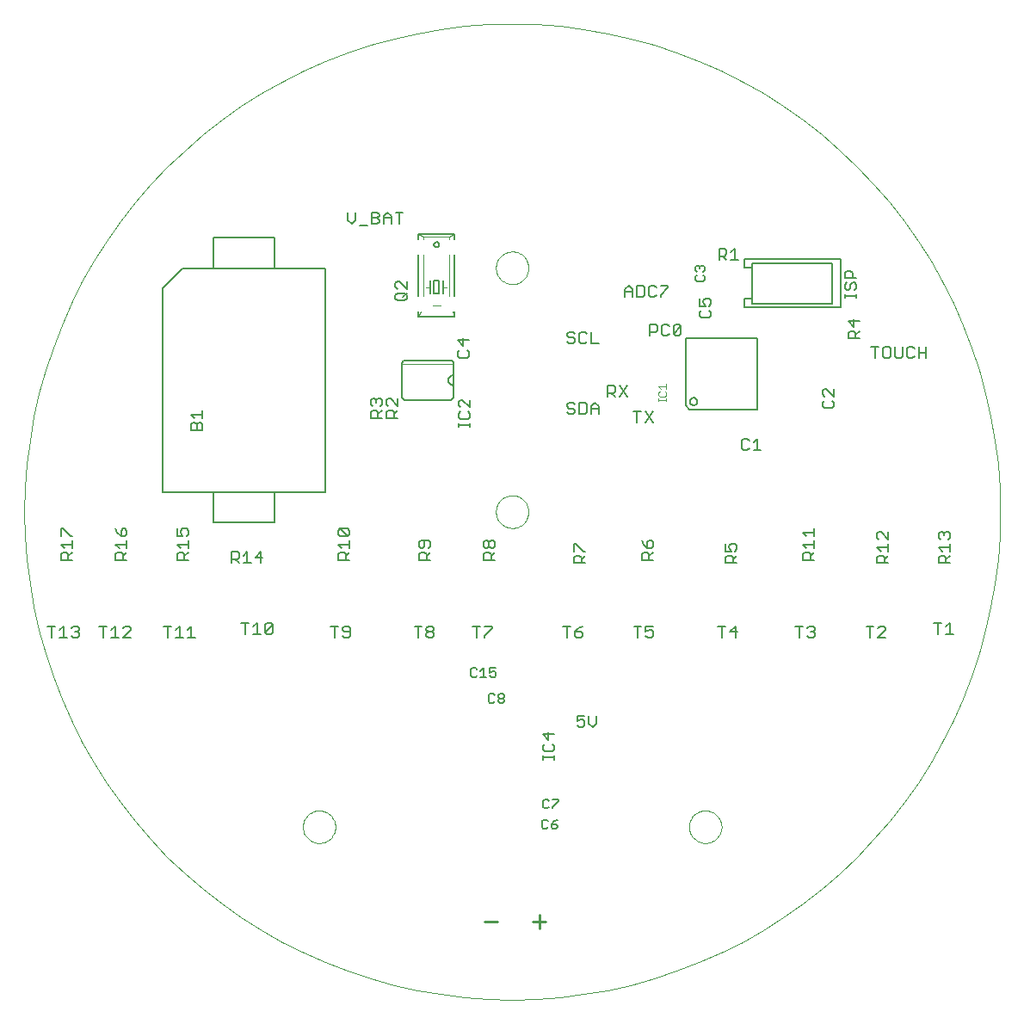
<source format=gto>
G75*
G70*
%OFA0B0*%
%FSLAX24Y24*%
%IPPOS*%
%LPD*%
%AMOC8*
5,1,8,0,0,1.08239X$1,22.5*
%
%ADD10C,0.0000*%
%ADD11C,0.0060*%
%ADD12C,0.0030*%
%ADD13C,0.0020*%
%ADD14C,0.0050*%
%ADD15C,0.0000*%
%ADD16C,0.0100*%
%ADD17C,0.0080*%
D10*
X013467Y008998D02*
X013469Y009048D01*
X013475Y009098D01*
X013485Y009147D01*
X013499Y009195D01*
X013516Y009242D01*
X013537Y009287D01*
X013562Y009331D01*
X013590Y009372D01*
X013622Y009411D01*
X013656Y009448D01*
X013693Y009482D01*
X013733Y009512D01*
X013775Y009539D01*
X013819Y009563D01*
X013865Y009584D01*
X013912Y009600D01*
X013960Y009613D01*
X014010Y009622D01*
X014059Y009627D01*
X014110Y009628D01*
X014160Y009625D01*
X014209Y009618D01*
X014258Y009607D01*
X014306Y009592D01*
X014352Y009574D01*
X014397Y009552D01*
X014440Y009526D01*
X014481Y009497D01*
X014520Y009465D01*
X014556Y009430D01*
X014588Y009392D01*
X014618Y009352D01*
X014645Y009309D01*
X014668Y009265D01*
X014687Y009219D01*
X014703Y009171D01*
X014715Y009122D01*
X014723Y009073D01*
X014727Y009023D01*
X014727Y008973D01*
X014723Y008923D01*
X014715Y008874D01*
X014703Y008825D01*
X014687Y008777D01*
X014668Y008731D01*
X014645Y008687D01*
X014618Y008644D01*
X014588Y008604D01*
X014556Y008566D01*
X014520Y008531D01*
X014481Y008499D01*
X014440Y008470D01*
X014397Y008444D01*
X014352Y008422D01*
X014306Y008404D01*
X014258Y008389D01*
X014209Y008378D01*
X014160Y008371D01*
X014110Y008368D01*
X014059Y008369D01*
X014010Y008374D01*
X013960Y008383D01*
X013912Y008396D01*
X013865Y008412D01*
X013819Y008433D01*
X013775Y008457D01*
X013733Y008484D01*
X013693Y008514D01*
X013656Y008548D01*
X013622Y008585D01*
X013590Y008624D01*
X013562Y008665D01*
X013537Y008709D01*
X013516Y008754D01*
X013499Y008801D01*
X013485Y008849D01*
X013475Y008898D01*
X013469Y008948D01*
X013467Y008998D01*
X020948Y021203D02*
X020950Y021253D01*
X020956Y021303D01*
X020966Y021352D01*
X020980Y021400D01*
X020997Y021447D01*
X021018Y021492D01*
X021043Y021536D01*
X021071Y021577D01*
X021103Y021616D01*
X021137Y021653D01*
X021174Y021687D01*
X021214Y021717D01*
X021256Y021744D01*
X021300Y021768D01*
X021346Y021789D01*
X021393Y021805D01*
X021441Y021818D01*
X021491Y021827D01*
X021540Y021832D01*
X021591Y021833D01*
X021641Y021830D01*
X021690Y021823D01*
X021739Y021812D01*
X021787Y021797D01*
X021833Y021779D01*
X021878Y021757D01*
X021921Y021731D01*
X021962Y021702D01*
X022001Y021670D01*
X022037Y021635D01*
X022069Y021597D01*
X022099Y021557D01*
X022126Y021514D01*
X022149Y021470D01*
X022168Y021424D01*
X022184Y021376D01*
X022196Y021327D01*
X022204Y021278D01*
X022208Y021228D01*
X022208Y021178D01*
X022204Y021128D01*
X022196Y021079D01*
X022184Y021030D01*
X022168Y020982D01*
X022149Y020936D01*
X022126Y020892D01*
X022099Y020849D01*
X022069Y020809D01*
X022037Y020771D01*
X022001Y020736D01*
X021962Y020704D01*
X021921Y020675D01*
X021878Y020649D01*
X021833Y020627D01*
X021787Y020609D01*
X021739Y020594D01*
X021690Y020583D01*
X021641Y020576D01*
X021591Y020573D01*
X021540Y020574D01*
X021491Y020579D01*
X021441Y020588D01*
X021393Y020601D01*
X021346Y020617D01*
X021300Y020638D01*
X021256Y020662D01*
X021214Y020689D01*
X021174Y020719D01*
X021137Y020753D01*
X021103Y020790D01*
X021071Y020829D01*
X021043Y020870D01*
X021018Y020914D01*
X020997Y020959D01*
X020980Y021006D01*
X020966Y021054D01*
X020956Y021103D01*
X020950Y021153D01*
X020948Y021203D01*
X020948Y030651D02*
X020950Y030701D01*
X020956Y030751D01*
X020966Y030800D01*
X020980Y030848D01*
X020997Y030895D01*
X021018Y030940D01*
X021043Y030984D01*
X021071Y031025D01*
X021103Y031064D01*
X021137Y031101D01*
X021174Y031135D01*
X021214Y031165D01*
X021256Y031192D01*
X021300Y031216D01*
X021346Y031237D01*
X021393Y031253D01*
X021441Y031266D01*
X021491Y031275D01*
X021540Y031280D01*
X021591Y031281D01*
X021641Y031278D01*
X021690Y031271D01*
X021739Y031260D01*
X021787Y031245D01*
X021833Y031227D01*
X021878Y031205D01*
X021921Y031179D01*
X021962Y031150D01*
X022001Y031118D01*
X022037Y031083D01*
X022069Y031045D01*
X022099Y031005D01*
X022126Y030962D01*
X022149Y030918D01*
X022168Y030872D01*
X022184Y030824D01*
X022196Y030775D01*
X022204Y030726D01*
X022208Y030676D01*
X022208Y030626D01*
X022204Y030576D01*
X022196Y030527D01*
X022184Y030478D01*
X022168Y030430D01*
X022149Y030384D01*
X022126Y030340D01*
X022099Y030297D01*
X022069Y030257D01*
X022037Y030219D01*
X022001Y030184D01*
X021962Y030152D01*
X021921Y030123D01*
X021878Y030097D01*
X021833Y030075D01*
X021787Y030057D01*
X021739Y030042D01*
X021690Y030031D01*
X021641Y030024D01*
X021591Y030021D01*
X021540Y030022D01*
X021491Y030027D01*
X021441Y030036D01*
X021393Y030049D01*
X021346Y030065D01*
X021300Y030086D01*
X021256Y030110D01*
X021214Y030137D01*
X021174Y030167D01*
X021137Y030201D01*
X021103Y030238D01*
X021071Y030277D01*
X021043Y030318D01*
X021018Y030362D01*
X020997Y030407D01*
X020980Y030454D01*
X020966Y030502D01*
X020956Y030551D01*
X020950Y030601D01*
X020948Y030651D01*
X028428Y008998D02*
X028430Y009048D01*
X028436Y009098D01*
X028446Y009147D01*
X028460Y009195D01*
X028477Y009242D01*
X028498Y009287D01*
X028523Y009331D01*
X028551Y009372D01*
X028583Y009411D01*
X028617Y009448D01*
X028654Y009482D01*
X028694Y009512D01*
X028736Y009539D01*
X028780Y009563D01*
X028826Y009584D01*
X028873Y009600D01*
X028921Y009613D01*
X028971Y009622D01*
X029020Y009627D01*
X029071Y009628D01*
X029121Y009625D01*
X029170Y009618D01*
X029219Y009607D01*
X029267Y009592D01*
X029313Y009574D01*
X029358Y009552D01*
X029401Y009526D01*
X029442Y009497D01*
X029481Y009465D01*
X029517Y009430D01*
X029549Y009392D01*
X029579Y009352D01*
X029606Y009309D01*
X029629Y009265D01*
X029648Y009219D01*
X029664Y009171D01*
X029676Y009122D01*
X029684Y009073D01*
X029688Y009023D01*
X029688Y008973D01*
X029684Y008923D01*
X029676Y008874D01*
X029664Y008825D01*
X029648Y008777D01*
X029629Y008731D01*
X029606Y008687D01*
X029579Y008644D01*
X029549Y008604D01*
X029517Y008566D01*
X029481Y008531D01*
X029442Y008499D01*
X029401Y008470D01*
X029358Y008444D01*
X029313Y008422D01*
X029267Y008404D01*
X029219Y008389D01*
X029170Y008378D01*
X029121Y008371D01*
X029071Y008368D01*
X029020Y008369D01*
X028971Y008374D01*
X028921Y008383D01*
X028873Y008396D01*
X028826Y008412D01*
X028780Y008433D01*
X028736Y008457D01*
X028694Y008484D01*
X028654Y008514D01*
X028617Y008548D01*
X028583Y008585D01*
X028551Y008624D01*
X028523Y008665D01*
X028498Y008709D01*
X028477Y008754D01*
X028460Y008801D01*
X028446Y008849D01*
X028436Y008898D01*
X028430Y008948D01*
X028428Y008998D01*
D11*
X024692Y012860D02*
X024839Y013007D01*
X024839Y013300D01*
X024545Y013300D02*
X024545Y013007D01*
X024692Y012860D01*
X024379Y012933D02*
X024305Y012860D01*
X024158Y012860D01*
X024085Y012933D01*
X024085Y013080D02*
X024232Y013154D01*
X024305Y013154D01*
X024379Y013080D01*
X024379Y012933D01*
X024085Y013080D02*
X024085Y013300D01*
X024379Y013300D01*
X023200Y012595D02*
X022760Y012595D01*
X022980Y012375D01*
X022980Y012668D01*
X023127Y012208D02*
X023200Y012134D01*
X023200Y011988D01*
X023127Y011914D01*
X022833Y011914D01*
X022760Y011988D01*
X022760Y012134D01*
X022833Y012208D01*
X022760Y011754D02*
X022760Y011607D01*
X022760Y011681D02*
X023200Y011681D01*
X023200Y011754D02*
X023200Y011607D01*
X023686Y016335D02*
X023686Y016775D01*
X023539Y016775D02*
X023833Y016775D01*
X024000Y016555D02*
X024220Y016555D01*
X024293Y016482D01*
X024293Y016408D01*
X024220Y016335D01*
X024073Y016335D01*
X024000Y016408D01*
X024000Y016555D01*
X024146Y016702D01*
X024293Y016775D01*
X026289Y016775D02*
X026583Y016775D01*
X026436Y016775D02*
X026436Y016335D01*
X026750Y016408D02*
X026823Y016335D01*
X026970Y016335D01*
X027043Y016408D01*
X027043Y016555D01*
X026970Y016629D01*
X026896Y016629D01*
X026750Y016555D01*
X026750Y016775D01*
X027043Y016775D01*
X027025Y019335D02*
X026585Y019335D01*
X026585Y019555D01*
X026658Y019629D01*
X026805Y019629D01*
X026878Y019555D01*
X026878Y019335D01*
X026878Y019482D02*
X027025Y019629D01*
X026952Y019795D02*
X026805Y019795D01*
X026805Y020016D01*
X026878Y020089D01*
X026952Y020089D01*
X027025Y020016D01*
X027025Y019869D01*
X026952Y019795D01*
X026805Y019795D02*
X026658Y019942D01*
X026585Y020089D01*
X024400Y019670D02*
X024327Y019670D01*
X024033Y019964D01*
X023960Y019964D01*
X023960Y019670D01*
X024033Y019504D02*
X024180Y019504D01*
X024253Y019430D01*
X024253Y019210D01*
X024253Y019357D02*
X024400Y019504D01*
X024400Y019210D02*
X023960Y019210D01*
X023960Y019430D01*
X024033Y019504D01*
X020900Y019629D02*
X020753Y019482D01*
X020753Y019555D02*
X020753Y019335D01*
X020900Y019335D02*
X020460Y019335D01*
X020460Y019555D01*
X020533Y019629D01*
X020680Y019629D01*
X020753Y019555D01*
X020753Y019795D02*
X020680Y019869D01*
X020680Y020016D01*
X020753Y020089D01*
X020827Y020089D01*
X020900Y020016D01*
X020900Y019869D01*
X020827Y019795D01*
X020753Y019795D01*
X020680Y019869D02*
X020606Y019795D01*
X020533Y019795D01*
X020460Y019869D01*
X020460Y020016D01*
X020533Y020089D01*
X020606Y020089D01*
X020680Y020016D01*
X018400Y020016D02*
X018327Y020089D01*
X018033Y020089D01*
X017960Y020016D01*
X017960Y019869D01*
X018033Y019795D01*
X018106Y019795D01*
X018180Y019869D01*
X018180Y020089D01*
X018400Y020016D02*
X018400Y019869D01*
X018327Y019795D01*
X018400Y019629D02*
X018253Y019482D01*
X018253Y019555D02*
X018253Y019335D01*
X018400Y019335D02*
X017960Y019335D01*
X017960Y019555D01*
X018033Y019629D01*
X018180Y019629D01*
X018253Y019555D01*
X018323Y016775D02*
X018470Y016775D01*
X018543Y016702D01*
X018543Y016629D01*
X018470Y016555D01*
X018323Y016555D01*
X018250Y016629D01*
X018250Y016702D01*
X018323Y016775D01*
X018323Y016555D02*
X018250Y016482D01*
X018250Y016408D01*
X018323Y016335D01*
X018470Y016335D01*
X018543Y016408D01*
X018543Y016482D01*
X018470Y016555D01*
X018083Y016775D02*
X017789Y016775D01*
X017936Y016775D02*
X017936Y016335D01*
X020039Y016775D02*
X020333Y016775D01*
X020186Y016775D02*
X020186Y016335D01*
X020500Y016335D02*
X020500Y016408D01*
X020793Y016702D01*
X020793Y016775D01*
X020500Y016775D01*
X015293Y016702D02*
X015220Y016775D01*
X015073Y016775D01*
X015000Y016702D01*
X015000Y016629D01*
X015073Y016555D01*
X015293Y016555D01*
X015293Y016408D02*
X015293Y016702D01*
X015293Y016408D02*
X015220Y016335D01*
X015073Y016335D01*
X015000Y016408D01*
X014686Y016335D02*
X014686Y016775D01*
X014539Y016775D02*
X014833Y016775D01*
X014835Y019335D02*
X014835Y019555D01*
X014908Y019629D01*
X015055Y019629D01*
X015128Y019555D01*
X015128Y019335D01*
X015128Y019482D02*
X015275Y019629D01*
X015275Y019795D02*
X015275Y020089D01*
X015275Y019942D02*
X014835Y019942D01*
X014981Y019795D01*
X014908Y020256D02*
X014835Y020329D01*
X014835Y020476D01*
X014908Y020549D01*
X015202Y020256D01*
X015275Y020329D01*
X015275Y020476D01*
X015202Y020549D01*
X014908Y020549D01*
X014908Y020256D02*
X015202Y020256D01*
X015275Y019335D02*
X014835Y019335D01*
X011918Y019430D02*
X011625Y019430D01*
X011845Y019650D01*
X011845Y019210D01*
X011458Y019210D02*
X011164Y019210D01*
X011311Y019210D02*
X011311Y019650D01*
X011164Y019504D01*
X010997Y019577D02*
X010997Y019430D01*
X010924Y019357D01*
X010704Y019357D01*
X010851Y019357D02*
X010997Y019210D01*
X010704Y019210D02*
X010704Y019650D01*
X010924Y019650D01*
X010997Y019577D01*
X009025Y019629D02*
X008878Y019482D01*
X008878Y019555D02*
X008878Y019335D01*
X009025Y019335D02*
X008585Y019335D01*
X008585Y019555D01*
X008658Y019629D01*
X008805Y019629D01*
X008878Y019555D01*
X008731Y019795D02*
X008585Y019942D01*
X009025Y019942D01*
X009025Y019795D02*
X009025Y020089D01*
X008952Y020256D02*
X009025Y020329D01*
X009025Y020476D01*
X008952Y020549D01*
X008805Y020549D01*
X008731Y020476D01*
X008731Y020403D01*
X008805Y020256D01*
X008585Y020256D01*
X008585Y020549D01*
X006650Y020476D02*
X006577Y020549D01*
X006503Y020549D01*
X006430Y020476D01*
X006430Y020256D01*
X006577Y020256D01*
X006650Y020329D01*
X006650Y020476D01*
X006430Y020256D02*
X006283Y020403D01*
X006210Y020549D01*
X006210Y019942D02*
X006650Y019942D01*
X006650Y019795D02*
X006650Y020089D01*
X006356Y019795D02*
X006210Y019942D01*
X006283Y019629D02*
X006430Y019629D01*
X006503Y019555D01*
X006503Y019335D01*
X006503Y019482D02*
X006650Y019629D01*
X006650Y019335D02*
X006210Y019335D01*
X006210Y019555D01*
X006283Y019629D01*
X004525Y019629D02*
X004378Y019482D01*
X004378Y019555D02*
X004378Y019335D01*
X004525Y019335D02*
X004085Y019335D01*
X004085Y019555D01*
X004158Y019629D01*
X004305Y019629D01*
X004378Y019555D01*
X004231Y019795D02*
X004085Y019942D01*
X004525Y019942D01*
X004525Y019795D02*
X004525Y020089D01*
X004525Y020256D02*
X004452Y020256D01*
X004158Y020549D01*
X004085Y020549D01*
X004085Y020256D01*
X004186Y016775D02*
X004186Y016335D01*
X004039Y016335D02*
X004333Y016335D01*
X004500Y016408D02*
X004573Y016335D01*
X004720Y016335D01*
X004793Y016408D01*
X004793Y016482D01*
X004720Y016555D01*
X004646Y016555D01*
X004720Y016555D02*
X004793Y016629D01*
X004793Y016702D01*
X004720Y016775D01*
X004573Y016775D01*
X004500Y016702D01*
X004186Y016775D02*
X004039Y016629D01*
X003872Y016775D02*
X003579Y016775D01*
X003726Y016775D02*
X003726Y016335D01*
X005579Y016775D02*
X005872Y016775D01*
X005726Y016775D02*
X005726Y016335D01*
X006039Y016335D02*
X006333Y016335D01*
X006186Y016335D02*
X006186Y016775D01*
X006039Y016629D01*
X006500Y016702D02*
X006573Y016775D01*
X006720Y016775D01*
X006793Y016702D01*
X006793Y016629D01*
X006500Y016335D01*
X006793Y016335D01*
X008079Y016775D02*
X008372Y016775D01*
X008226Y016775D02*
X008226Y016335D01*
X008539Y016335D02*
X008833Y016335D01*
X008686Y016335D02*
X008686Y016775D01*
X008539Y016629D01*
X009000Y016629D02*
X009146Y016775D01*
X009146Y016335D01*
X009000Y016335D02*
X009293Y016335D01*
X011079Y016900D02*
X011372Y016900D01*
X011226Y016900D02*
X011226Y016460D01*
X011539Y016460D02*
X011833Y016460D01*
X011686Y016460D02*
X011686Y016900D01*
X011539Y016754D01*
X012000Y016827D02*
X012073Y016900D01*
X012220Y016900D01*
X012293Y016827D01*
X012000Y016533D01*
X012073Y016460D01*
X012220Y016460D01*
X012293Y016533D01*
X012293Y016827D01*
X012000Y016827D02*
X012000Y016533D01*
X009575Y024366D02*
X009135Y024366D01*
X009135Y024587D01*
X009208Y024660D01*
X009282Y024660D01*
X009355Y024587D01*
X009355Y024366D01*
X009575Y024366D02*
X009575Y024587D01*
X009502Y024660D01*
X009428Y024660D01*
X009355Y024587D01*
X009282Y024827D02*
X009135Y024974D01*
X009575Y024974D01*
X009575Y025120D02*
X009575Y024827D01*
X016085Y024835D02*
X016085Y025055D01*
X016158Y025129D01*
X016305Y025129D01*
X016378Y025055D01*
X016378Y024835D01*
X016378Y024982D02*
X016525Y025129D01*
X016452Y025295D02*
X016525Y025369D01*
X016525Y025516D01*
X016452Y025589D01*
X016378Y025589D01*
X016305Y025516D01*
X016305Y025442D01*
X016305Y025516D02*
X016231Y025589D01*
X016158Y025589D01*
X016085Y025516D01*
X016085Y025369D01*
X016158Y025295D01*
X016085Y024835D02*
X016525Y024835D01*
X016710Y024835D02*
X016710Y025055D01*
X016783Y025129D01*
X016930Y025129D01*
X017003Y025055D01*
X017003Y024835D01*
X017003Y024982D02*
X017150Y025129D01*
X017150Y025295D02*
X016856Y025589D01*
X016783Y025589D01*
X016710Y025516D01*
X016710Y025369D01*
X016783Y025295D01*
X017150Y025295D02*
X017150Y025589D01*
X017305Y025685D02*
X017305Y026925D01*
X017307Y026948D01*
X017312Y026971D01*
X017321Y026993D01*
X017334Y027013D01*
X017349Y027031D01*
X017367Y027046D01*
X017387Y027059D01*
X017409Y027068D01*
X017432Y027073D01*
X017455Y027075D01*
X019155Y027075D01*
X019178Y027073D01*
X019201Y027068D01*
X019223Y027059D01*
X019243Y027046D01*
X019261Y027031D01*
X019276Y027013D01*
X019289Y026993D01*
X019298Y026971D01*
X019303Y026948D01*
X019305Y026925D01*
X019305Y025685D01*
X019303Y025662D01*
X019298Y025639D01*
X019289Y025617D01*
X019276Y025597D01*
X019261Y025579D01*
X019243Y025564D01*
X019223Y025551D01*
X019201Y025542D01*
X019178Y025537D01*
X019155Y025535D01*
X017455Y025535D01*
X017432Y025537D01*
X017409Y025542D01*
X017387Y025551D01*
X017367Y025564D01*
X017349Y025579D01*
X017334Y025597D01*
X017321Y025617D01*
X017312Y025639D01*
X017307Y025662D01*
X017305Y025685D01*
X017150Y024835D02*
X016710Y024835D01*
X019305Y026105D02*
X019278Y026107D01*
X019251Y026112D01*
X019225Y026122D01*
X019201Y026134D01*
X019179Y026150D01*
X019159Y026168D01*
X019142Y026190D01*
X019127Y026213D01*
X019117Y026238D01*
X019109Y026264D01*
X019105Y026291D01*
X019105Y026319D01*
X019109Y026346D01*
X019117Y026372D01*
X019127Y026397D01*
X019142Y026420D01*
X019159Y026442D01*
X019179Y026460D01*
X019201Y026476D01*
X019225Y026488D01*
X019251Y026498D01*
X019278Y026503D01*
X019305Y026505D01*
X019533Y027164D02*
X019827Y027164D01*
X019900Y027238D01*
X019900Y027384D01*
X019827Y027458D01*
X019680Y027625D02*
X019680Y027918D01*
X019900Y027845D02*
X019460Y027845D01*
X019680Y027625D01*
X019533Y027458D02*
X019460Y027384D01*
X019460Y027238D01*
X019533Y027164D01*
X019347Y028748D02*
X019347Y028948D01*
X019347Y028748D02*
X017947Y028748D01*
X017947Y028948D01*
X017947Y029548D02*
X017947Y031148D01*
X017947Y031748D02*
X017947Y031948D01*
X019347Y031948D01*
X019347Y031748D01*
X019347Y031148D02*
X019347Y029548D01*
X018897Y029648D02*
X018897Y029898D01*
X018897Y030148D01*
X018747Y030148D02*
X018547Y030148D01*
X018547Y029648D01*
X018747Y029648D01*
X018747Y030148D01*
X018397Y030148D02*
X018397Y029898D01*
X018397Y029648D01*
X017492Y029672D02*
X017345Y029525D01*
X017492Y029452D02*
X017418Y029378D01*
X017125Y029378D01*
X017051Y029452D01*
X017051Y029598D01*
X017125Y029672D01*
X017418Y029672D01*
X017492Y029598D01*
X017492Y029452D01*
X017492Y029839D02*
X017198Y030132D01*
X017125Y030132D01*
X017051Y030059D01*
X017051Y029912D01*
X017125Y029839D01*
X017492Y029839D02*
X017492Y030132D01*
X018547Y031548D02*
X018549Y031568D01*
X018555Y031586D01*
X018564Y031604D01*
X018576Y031619D01*
X018591Y031631D01*
X018609Y031640D01*
X018627Y031646D01*
X018647Y031648D01*
X018667Y031646D01*
X018685Y031640D01*
X018703Y031631D01*
X018718Y031619D01*
X018730Y031604D01*
X018739Y031586D01*
X018745Y031568D01*
X018747Y031548D01*
X018745Y031528D01*
X018739Y031510D01*
X018730Y031492D01*
X018718Y031477D01*
X018703Y031465D01*
X018685Y031456D01*
X018667Y031450D01*
X018647Y031448D01*
X018627Y031450D01*
X018609Y031456D01*
X018591Y031465D01*
X018576Y031477D01*
X018564Y031492D01*
X018555Y031510D01*
X018549Y031528D01*
X018547Y031548D01*
X017198Y032360D02*
X017198Y032800D01*
X017052Y032800D02*
X017345Y032800D01*
X016885Y032654D02*
X016885Y032360D01*
X016885Y032580D02*
X016591Y032580D01*
X016591Y032654D02*
X016738Y032800D01*
X016885Y032654D01*
X016591Y032654D02*
X016591Y032360D01*
X016424Y032433D02*
X016351Y032360D01*
X016131Y032360D01*
X016131Y032800D01*
X016351Y032800D01*
X016424Y032727D01*
X016424Y032654D01*
X016351Y032580D01*
X016131Y032580D01*
X016351Y032580D02*
X016424Y032507D01*
X016424Y032433D01*
X015964Y032287D02*
X015670Y032287D01*
X015504Y032507D02*
X015504Y032800D01*
X015504Y032507D02*
X015357Y032360D01*
X015210Y032507D01*
X015210Y032800D01*
X019558Y025543D02*
X019485Y025470D01*
X019485Y025323D01*
X019558Y025250D01*
X019558Y025083D02*
X019485Y025009D01*
X019485Y024863D01*
X019558Y024789D01*
X019852Y024789D01*
X019925Y024863D01*
X019925Y025009D01*
X019852Y025083D01*
X019925Y025250D02*
X019631Y025543D01*
X019558Y025543D01*
X019925Y025543D02*
X019925Y025250D01*
X019925Y024629D02*
X019925Y024482D01*
X019925Y024556D02*
X019485Y024556D01*
X019485Y024629D02*
X019485Y024482D01*
X023710Y025058D02*
X023783Y024985D01*
X023930Y024985D01*
X024004Y025058D01*
X024004Y025132D01*
X023930Y025205D01*
X023783Y025205D01*
X023710Y025279D01*
X023710Y025352D01*
X023783Y025425D01*
X023930Y025425D01*
X024004Y025352D01*
X024170Y025425D02*
X024170Y024985D01*
X024391Y024985D01*
X024464Y025058D01*
X024464Y025352D01*
X024391Y025425D01*
X024170Y025425D01*
X024631Y025279D02*
X024778Y025425D01*
X024924Y025279D01*
X024924Y024985D01*
X024924Y025205D02*
X024631Y025205D01*
X024631Y025279D02*
X024631Y024985D01*
X025265Y025650D02*
X025265Y026090D01*
X025485Y026090D01*
X025559Y026017D01*
X025559Y025870D01*
X025485Y025797D01*
X025265Y025797D01*
X025412Y025797D02*
X025559Y025650D01*
X025726Y025650D02*
X026019Y026090D01*
X025726Y026090D02*
X026019Y025650D01*
X026265Y025090D02*
X026559Y025090D01*
X026412Y025090D02*
X026412Y024650D01*
X026726Y024650D02*
X027019Y025090D01*
X026726Y025090D02*
X027019Y024650D01*
X028300Y025315D02*
X028440Y025175D01*
X031060Y025175D01*
X031060Y027935D01*
X028300Y027935D01*
X028300Y025315D01*
X028459Y025475D02*
X028461Y025498D01*
X028467Y025521D01*
X028476Y025542D01*
X028489Y025562D01*
X028505Y025579D01*
X028523Y025593D01*
X028543Y025604D01*
X028565Y025612D01*
X028588Y025616D01*
X028612Y025616D01*
X028635Y025612D01*
X028657Y025604D01*
X028677Y025593D01*
X028695Y025579D01*
X028711Y025562D01*
X028724Y025542D01*
X028733Y025521D01*
X028739Y025498D01*
X028741Y025475D01*
X028739Y025452D01*
X028733Y025429D01*
X028724Y025408D01*
X028711Y025388D01*
X028695Y025371D01*
X028677Y025357D01*
X028657Y025346D01*
X028635Y025338D01*
X028612Y025334D01*
X028588Y025334D01*
X028565Y025338D01*
X028543Y025346D01*
X028523Y025357D01*
X028505Y025371D01*
X028489Y025388D01*
X028476Y025408D01*
X028467Y025429D01*
X028461Y025452D01*
X028459Y025475D01*
X030460Y023952D02*
X030460Y023658D01*
X030533Y023585D01*
X030680Y023585D01*
X030754Y023658D01*
X030920Y023585D02*
X031214Y023585D01*
X031067Y023585D02*
X031067Y024025D01*
X030920Y023879D01*
X030754Y023952D02*
X030680Y024025D01*
X030533Y024025D01*
X030460Y023952D01*
X033585Y025283D02*
X033658Y025210D01*
X033952Y025210D01*
X034025Y025283D01*
X034025Y025430D01*
X033952Y025504D01*
X034025Y025670D02*
X033731Y025964D01*
X033658Y025964D01*
X033585Y025891D01*
X033585Y025744D01*
X033658Y025670D01*
X033658Y025504D02*
X033585Y025430D01*
X033585Y025283D01*
X034025Y025670D02*
X034025Y025964D01*
X035625Y027145D02*
X035625Y027585D01*
X035771Y027585D02*
X035478Y027585D01*
X035938Y027512D02*
X035938Y027218D01*
X036012Y027145D01*
X036158Y027145D01*
X036232Y027218D01*
X036232Y027512D01*
X036158Y027585D01*
X036012Y027585D01*
X035938Y027512D01*
X036399Y027585D02*
X036399Y027218D01*
X036472Y027145D01*
X036619Y027145D01*
X036692Y027218D01*
X036692Y027585D01*
X036859Y027512D02*
X036859Y027218D01*
X036932Y027145D01*
X037079Y027145D01*
X037153Y027218D01*
X037319Y027145D02*
X037319Y027585D01*
X037153Y027512D02*
X037079Y027585D01*
X036932Y027585D01*
X036859Y027512D01*
X037319Y027365D02*
X037613Y027365D01*
X037613Y027585D02*
X037613Y027145D01*
X035025Y027914D02*
X034585Y027914D01*
X034585Y028134D01*
X034658Y028208D01*
X034805Y028208D01*
X034878Y028134D01*
X034878Y027914D01*
X034878Y028061D02*
X035025Y028208D01*
X034805Y028375D02*
X034585Y028595D01*
X035025Y028595D01*
X034805Y028668D02*
X034805Y028375D01*
X034900Y029482D02*
X034900Y029629D01*
X034900Y029556D02*
X034460Y029556D01*
X034460Y029629D02*
X034460Y029482D01*
X034533Y029789D02*
X034606Y029789D01*
X034680Y029863D01*
X034680Y030009D01*
X034753Y030083D01*
X034827Y030083D01*
X034900Y030009D01*
X034900Y029863D01*
X034827Y029789D01*
X034533Y029789D02*
X034460Y029863D01*
X034460Y030009D01*
X034533Y030083D01*
X034460Y030250D02*
X034460Y030470D01*
X034533Y030543D01*
X034680Y030543D01*
X034753Y030470D01*
X034753Y030250D01*
X034900Y030250D02*
X034460Y030250D01*
X030339Y030960D02*
X030045Y030960D01*
X030192Y030960D02*
X030192Y031400D01*
X030045Y031254D01*
X029879Y031327D02*
X029805Y031400D01*
X029585Y031400D01*
X029585Y030960D01*
X029585Y031107D02*
X029805Y031107D01*
X029879Y031180D01*
X029879Y031327D01*
X029732Y031107D02*
X029879Y030960D01*
X029202Y029464D02*
X029275Y029391D01*
X029275Y029244D01*
X029202Y029170D01*
X029055Y029170D02*
X028981Y029317D01*
X028981Y029391D01*
X029055Y029464D01*
X029202Y029464D01*
X029055Y029170D02*
X028835Y029170D01*
X028835Y029464D01*
X028908Y029004D02*
X028835Y028930D01*
X028835Y028783D01*
X028908Y028710D01*
X029202Y028710D01*
X029275Y028783D01*
X029275Y028930D01*
X029202Y029004D01*
X028113Y028387D02*
X027819Y028093D01*
X027893Y028020D01*
X028040Y028020D01*
X028113Y028093D01*
X028113Y028387D01*
X028040Y028460D01*
X027893Y028460D01*
X027819Y028387D01*
X027819Y028093D01*
X027653Y028093D02*
X027579Y028020D01*
X027432Y028020D01*
X027359Y028093D01*
X027359Y028387D01*
X027432Y028460D01*
X027579Y028460D01*
X027653Y028387D01*
X027192Y028387D02*
X027192Y028240D01*
X027119Y028167D01*
X026899Y028167D01*
X026899Y028020D02*
X026899Y028460D01*
X027119Y028460D01*
X027192Y028387D01*
X027079Y029520D02*
X027153Y029593D01*
X027079Y029520D02*
X026932Y029520D01*
X026859Y029593D01*
X026859Y029887D01*
X026932Y029960D01*
X027079Y029960D01*
X027153Y029887D01*
X027319Y029960D02*
X027613Y029960D01*
X027613Y029887D01*
X027319Y029593D01*
X027319Y029520D01*
X026692Y029593D02*
X026692Y029887D01*
X026619Y029960D01*
X026399Y029960D01*
X026399Y029520D01*
X026619Y029520D01*
X026692Y029593D01*
X026232Y029520D02*
X026232Y029814D01*
X026085Y029960D01*
X025938Y029814D01*
X025938Y029520D01*
X025938Y029740D02*
X026232Y029740D01*
X024631Y028175D02*
X024631Y027735D01*
X024924Y027735D01*
X024464Y027808D02*
X024391Y027735D01*
X024244Y027735D01*
X024170Y027808D01*
X024170Y028102D01*
X024244Y028175D01*
X024391Y028175D01*
X024464Y028102D01*
X024004Y028102D02*
X023930Y028175D01*
X023783Y028175D01*
X023710Y028102D01*
X023710Y028029D01*
X023783Y027955D01*
X023930Y027955D01*
X024004Y027882D01*
X024004Y027808D01*
X023930Y027735D01*
X023783Y027735D01*
X023710Y027808D01*
X029835Y019964D02*
X029835Y019670D01*
X030055Y019670D01*
X029981Y019817D01*
X029981Y019891D01*
X030055Y019964D01*
X030202Y019964D01*
X030275Y019891D01*
X030275Y019744D01*
X030202Y019670D01*
X030275Y019504D02*
X030128Y019357D01*
X030128Y019430D02*
X030128Y019210D01*
X030275Y019210D02*
X029835Y019210D01*
X029835Y019430D01*
X029908Y019504D01*
X030055Y019504D01*
X030128Y019430D01*
X030220Y016775D02*
X030000Y016555D01*
X030293Y016555D01*
X030220Y016335D02*
X030220Y016775D01*
X029833Y016775D02*
X029539Y016775D01*
X029686Y016775D02*
X029686Y016335D01*
X032539Y016775D02*
X032833Y016775D01*
X032686Y016775D02*
X032686Y016335D01*
X033000Y016408D02*
X033073Y016335D01*
X033220Y016335D01*
X033293Y016408D01*
X033293Y016482D01*
X033220Y016555D01*
X033146Y016555D01*
X033220Y016555D02*
X033293Y016629D01*
X033293Y016702D01*
X033220Y016775D01*
X033073Y016775D01*
X033000Y016702D01*
X035289Y016775D02*
X035583Y016775D01*
X035436Y016775D02*
X035436Y016335D01*
X035750Y016335D02*
X036043Y016629D01*
X036043Y016702D01*
X035970Y016775D01*
X035823Y016775D01*
X035750Y016702D01*
X035750Y016335D02*
X036043Y016335D01*
X037914Y016900D02*
X038208Y016900D01*
X038061Y016900D02*
X038061Y016460D01*
X038375Y016460D02*
X038668Y016460D01*
X038521Y016460D02*
X038521Y016900D01*
X038375Y016754D01*
X038378Y019210D02*
X038378Y019430D01*
X038305Y019504D01*
X038158Y019504D01*
X038085Y019430D01*
X038085Y019210D01*
X038525Y019210D01*
X038378Y019357D02*
X038525Y019504D01*
X038525Y019670D02*
X038525Y019964D01*
X038525Y019817D02*
X038085Y019817D01*
X038231Y019670D01*
X038158Y020131D02*
X038085Y020204D01*
X038085Y020351D01*
X038158Y020424D01*
X038231Y020424D01*
X038305Y020351D01*
X038378Y020424D01*
X038452Y020424D01*
X038525Y020351D01*
X038525Y020204D01*
X038452Y020131D01*
X038305Y020278D02*
X038305Y020351D01*
X036150Y020424D02*
X036150Y020131D01*
X035856Y020424D01*
X035783Y020424D01*
X035710Y020351D01*
X035710Y020204D01*
X035783Y020131D01*
X035710Y019817D02*
X036150Y019817D01*
X036150Y019670D02*
X036150Y019964D01*
X035856Y019670D02*
X035710Y019817D01*
X035783Y019504D02*
X035930Y019504D01*
X036003Y019430D01*
X036003Y019210D01*
X036003Y019357D02*
X036150Y019504D01*
X036150Y019210D02*
X035710Y019210D01*
X035710Y019430D01*
X035783Y019504D01*
X033275Y019629D02*
X033128Y019482D01*
X033128Y019555D02*
X033128Y019335D01*
X033275Y019335D02*
X032835Y019335D01*
X032835Y019555D01*
X032908Y019629D01*
X033055Y019629D01*
X033128Y019555D01*
X032981Y019795D02*
X032835Y019942D01*
X033275Y019942D01*
X033275Y019795D02*
X033275Y020089D01*
X033275Y020256D02*
X033275Y020549D01*
X033275Y020403D02*
X032835Y020403D01*
X032981Y020256D01*
D12*
X027540Y025480D02*
X027540Y025577D01*
X027540Y025528D02*
X027250Y025528D01*
X027250Y025480D02*
X027250Y025577D01*
X027298Y025676D02*
X027250Y025725D01*
X027250Y025822D01*
X027298Y025870D01*
X027347Y025971D02*
X027250Y026068D01*
X027540Y026068D01*
X027540Y025971D02*
X027540Y026165D01*
X027492Y025870D02*
X027540Y025822D01*
X027540Y025725D01*
X027492Y025676D01*
X027298Y025676D01*
D13*
X019305Y026935D02*
X017305Y026935D01*
X017947Y028748D02*
X018036Y028948D01*
X018497Y029198D02*
X018797Y029198D01*
X019147Y029548D02*
X019147Y031148D01*
X019147Y031748D02*
X019147Y031848D01*
X019347Y031948D01*
X019147Y031848D02*
X018147Y031848D01*
X017947Y031948D01*
X018147Y031848D02*
X018147Y031748D01*
X018147Y031148D02*
X018147Y029548D01*
X018247Y029898D02*
X018397Y029898D01*
X018897Y029898D02*
X019047Y029898D01*
X019258Y028948D02*
X019347Y028748D01*
D14*
X014330Y030636D02*
X014330Y021974D01*
X012361Y021974D01*
X012361Y020793D01*
X009999Y020793D01*
X009999Y021974D01*
X008030Y021974D01*
X008030Y029848D01*
X008818Y030636D01*
X009999Y030636D01*
X009999Y031817D01*
X012361Y031817D01*
X012361Y030636D01*
X014330Y030636D01*
X012361Y030636D02*
X009999Y030636D01*
X009999Y021974D02*
X012361Y021974D01*
X019980Y015088D02*
X019980Y014855D01*
X020038Y014796D01*
X020155Y014796D01*
X020214Y014855D01*
X020348Y014796D02*
X020582Y014796D01*
X020465Y014796D02*
X020465Y015146D01*
X020348Y015030D01*
X020214Y015088D02*
X020155Y015146D01*
X020038Y015146D01*
X019980Y015088D01*
X020717Y015146D02*
X020717Y014971D01*
X020833Y015030D01*
X020892Y015030D01*
X020950Y014971D01*
X020950Y014855D01*
X020892Y014796D01*
X020775Y014796D01*
X020717Y014855D01*
X020717Y015146D02*
X020950Y015146D01*
X020833Y014149D02*
X020717Y014149D01*
X020658Y014091D01*
X020658Y013857D01*
X020717Y013799D01*
X020833Y013799D01*
X020892Y013857D01*
X021027Y013857D02*
X021027Y013916D01*
X021085Y013974D01*
X021202Y013974D01*
X021260Y013916D01*
X021260Y013857D01*
X021202Y013799D01*
X021085Y013799D01*
X021027Y013857D01*
X021085Y013974D02*
X021027Y014033D01*
X021027Y014091D01*
X021085Y014149D01*
X021202Y014149D01*
X021260Y014091D01*
X021260Y014033D01*
X021202Y013974D01*
X020892Y014091D02*
X020833Y014149D01*
X022823Y010061D02*
X022765Y010003D01*
X022765Y009769D01*
X022823Y009711D01*
X022940Y009711D01*
X022999Y009769D01*
X023133Y009769D02*
X023133Y009711D01*
X023133Y009769D02*
X023367Y010003D01*
X023367Y010061D01*
X023133Y010061D01*
X022999Y010003D02*
X022940Y010061D01*
X022823Y010061D01*
X022782Y009271D02*
X022723Y009213D01*
X022723Y008980D01*
X022782Y008921D01*
X022898Y008921D01*
X022957Y008980D01*
X023092Y008980D02*
X023150Y008921D01*
X023267Y008921D01*
X023325Y008980D01*
X023325Y009038D01*
X023267Y009096D01*
X023092Y009096D01*
X023092Y008980D01*
X023092Y009096D02*
X023208Y009213D01*
X023325Y009271D01*
X022957Y009213D02*
X022898Y009271D01*
X022782Y009271D01*
X028732Y030140D02*
X028966Y030140D01*
X029024Y030198D01*
X029024Y030315D01*
X028966Y030374D01*
X028966Y030508D02*
X029024Y030567D01*
X029024Y030684D01*
X028966Y030742D01*
X028907Y030742D01*
X028849Y030684D01*
X028849Y030625D01*
X028849Y030684D02*
X028791Y030742D01*
X028732Y030742D01*
X028674Y030684D01*
X028674Y030567D01*
X028732Y030508D01*
X028732Y030374D02*
X028674Y030315D01*
X028674Y030198D01*
X028732Y030140D01*
D15*
X002680Y021203D02*
X002703Y022130D01*
X002771Y023055D01*
X002885Y023976D01*
X003043Y024890D01*
X003246Y025795D01*
X003494Y026689D01*
X003785Y027570D01*
X004119Y028435D01*
X004494Y029283D01*
X004911Y030111D01*
X005369Y030919D01*
X005865Y031702D01*
X006399Y032461D01*
X006970Y033192D01*
X007576Y033894D01*
X008215Y034566D01*
X008887Y035205D01*
X009589Y035811D01*
X010320Y036382D01*
X011079Y036916D01*
X011862Y037412D01*
X012670Y037870D01*
X013498Y038287D01*
X014346Y038662D01*
X015211Y038996D01*
X016092Y039287D01*
X016986Y039535D01*
X017891Y039738D01*
X018805Y039896D01*
X019726Y040010D01*
X020651Y040078D01*
X021578Y040101D01*
X022505Y040078D01*
X023430Y040010D01*
X024351Y039896D01*
X025265Y039738D01*
X026170Y039535D01*
X027064Y039287D01*
X027945Y038996D01*
X028810Y038662D01*
X029658Y038287D01*
X030486Y037870D01*
X031294Y037412D01*
X032077Y036916D01*
X032836Y036382D01*
X033567Y035811D01*
X034269Y035205D01*
X034941Y034566D01*
X035580Y033894D01*
X036186Y033192D01*
X036757Y032461D01*
X037291Y031702D01*
X037787Y030919D01*
X038245Y030111D01*
X038662Y029283D01*
X039037Y028435D01*
X039371Y027570D01*
X039662Y026689D01*
X039910Y025795D01*
X040113Y024890D01*
X040271Y023976D01*
X040385Y023055D01*
X040453Y022130D01*
X040476Y021203D01*
X040453Y020276D01*
X040385Y019351D01*
X040271Y018430D01*
X040113Y017516D01*
X039910Y016611D01*
X039662Y015717D01*
X039371Y014836D01*
X039037Y013971D01*
X038662Y013123D01*
X038245Y012295D01*
X037787Y011487D01*
X037291Y010704D01*
X036757Y009945D01*
X036186Y009214D01*
X035580Y008512D01*
X034941Y007840D01*
X034269Y007201D01*
X033567Y006595D01*
X032836Y006024D01*
X032077Y005490D01*
X031294Y004994D01*
X030486Y004536D01*
X029658Y004119D01*
X028810Y003744D01*
X027945Y003410D01*
X027064Y003119D01*
X026170Y002871D01*
X025265Y002668D01*
X024351Y002510D01*
X023430Y002396D01*
X022505Y002328D01*
X021578Y002305D01*
X020651Y002328D01*
X019726Y002396D01*
X018805Y002510D01*
X017891Y002668D01*
X016986Y002871D01*
X016092Y003119D01*
X015211Y003410D01*
X014346Y003744D01*
X013498Y004119D01*
X012670Y004536D01*
X011862Y004994D01*
X011079Y005490D01*
X010320Y006024D01*
X009589Y006595D01*
X008887Y007201D01*
X008215Y007840D01*
X007576Y008512D01*
X006970Y009214D01*
X006399Y009945D01*
X005865Y010704D01*
X005369Y011487D01*
X004911Y012295D01*
X004494Y013123D01*
X004119Y013971D01*
X003785Y014836D01*
X003494Y015717D01*
X003246Y016611D01*
X003043Y017516D01*
X002885Y018430D01*
X002771Y019351D01*
X002703Y020276D01*
X002680Y021203D01*
D16*
X020496Y005326D02*
X021003Y005326D01*
X022371Y005326D02*
X022878Y005326D01*
X022624Y005579D02*
X022624Y005072D01*
D17*
X030568Y029110D02*
X030568Y029464D01*
X030883Y029464D01*
X030883Y030646D01*
X030568Y030646D01*
X030568Y031000D01*
X034292Y031000D01*
X034292Y029110D01*
X030568Y029110D01*
X030883Y029268D02*
X030883Y029464D01*
X030883Y029268D02*
X033977Y029268D01*
X033977Y030842D01*
X030883Y030842D01*
X030883Y030646D01*
M02*

</source>
